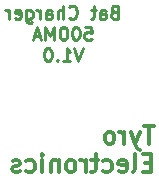
<source format=gbr>
G04 #@! TF.FileFunction,Legend,Bot*
%FSLAX46Y46*%
G04 Gerber Fmt 4.6, Leading zero omitted, Abs format (unit mm)*
G04 Created by KiCad (PCBNEW 4.0.2-stable) date 3/23/2016 4:19:06 PM*
%MOMM*%
G01*
G04 APERTURE LIST*
%ADD10C,0.100000*%
%ADD11C,0.300000*%
%ADD12C,0.250000*%
G04 APERTURE END LIST*
D10*
D11*
X178907143Y-92678571D02*
X178050000Y-92678571D01*
X178478571Y-94178571D02*
X178478571Y-92678571D01*
X177692857Y-93178571D02*
X177335714Y-94178571D01*
X176978572Y-93178571D02*
X177335714Y-94178571D01*
X177478572Y-94535714D01*
X177550000Y-94607143D01*
X177692857Y-94678571D01*
X176407143Y-94178571D02*
X176407143Y-93178571D01*
X176407143Y-93464286D02*
X176335715Y-93321429D01*
X176264286Y-93250000D01*
X176121429Y-93178571D01*
X175978572Y-93178571D01*
X175264286Y-94178571D02*
X175407144Y-94107143D01*
X175478572Y-94035714D01*
X175550001Y-93892857D01*
X175550001Y-93464286D01*
X175478572Y-93321429D01*
X175407144Y-93250000D01*
X175264286Y-93178571D01*
X175050001Y-93178571D01*
X174907144Y-93250000D01*
X174835715Y-93321429D01*
X174764286Y-93464286D01*
X174764286Y-93892857D01*
X174835715Y-94035714D01*
X174907144Y-94107143D01*
X175050001Y-94178571D01*
X175264286Y-94178571D01*
X178692857Y-95792857D02*
X178192857Y-95792857D01*
X177978571Y-96578571D02*
X178692857Y-96578571D01*
X178692857Y-95078571D01*
X177978571Y-95078571D01*
X177121428Y-96578571D02*
X177264286Y-96507143D01*
X177335714Y-96364286D01*
X177335714Y-95078571D01*
X175978572Y-96507143D02*
X176121429Y-96578571D01*
X176407143Y-96578571D01*
X176550000Y-96507143D01*
X176621429Y-96364286D01*
X176621429Y-95792857D01*
X176550000Y-95650000D01*
X176407143Y-95578571D01*
X176121429Y-95578571D01*
X175978572Y-95650000D01*
X175907143Y-95792857D01*
X175907143Y-95935714D01*
X176621429Y-96078571D01*
X174621429Y-96507143D02*
X174764286Y-96578571D01*
X175050000Y-96578571D01*
X175192858Y-96507143D01*
X175264286Y-96435714D01*
X175335715Y-96292857D01*
X175335715Y-95864286D01*
X175264286Y-95721429D01*
X175192858Y-95650000D01*
X175050000Y-95578571D01*
X174764286Y-95578571D01*
X174621429Y-95650000D01*
X174192858Y-95578571D02*
X173621429Y-95578571D01*
X173978572Y-95078571D02*
X173978572Y-96364286D01*
X173907144Y-96507143D01*
X173764286Y-96578571D01*
X173621429Y-96578571D01*
X173121429Y-96578571D02*
X173121429Y-95578571D01*
X173121429Y-95864286D02*
X173050001Y-95721429D01*
X172978572Y-95650000D01*
X172835715Y-95578571D01*
X172692858Y-95578571D01*
X171978572Y-96578571D02*
X172121430Y-96507143D01*
X172192858Y-96435714D01*
X172264287Y-96292857D01*
X172264287Y-95864286D01*
X172192858Y-95721429D01*
X172121430Y-95650000D01*
X171978572Y-95578571D01*
X171764287Y-95578571D01*
X171621430Y-95650000D01*
X171550001Y-95721429D01*
X171478572Y-95864286D01*
X171478572Y-96292857D01*
X171550001Y-96435714D01*
X171621430Y-96507143D01*
X171764287Y-96578571D01*
X171978572Y-96578571D01*
X170835715Y-95578571D02*
X170835715Y-96578571D01*
X170835715Y-95721429D02*
X170764287Y-95650000D01*
X170621429Y-95578571D01*
X170407144Y-95578571D01*
X170264287Y-95650000D01*
X170192858Y-95792857D01*
X170192858Y-96578571D01*
X169478572Y-96578571D02*
X169478572Y-95578571D01*
X169478572Y-95078571D02*
X169550001Y-95150000D01*
X169478572Y-95221429D01*
X169407144Y-95150000D01*
X169478572Y-95078571D01*
X169478572Y-95221429D01*
X168121429Y-96507143D02*
X168264286Y-96578571D01*
X168550000Y-96578571D01*
X168692858Y-96507143D01*
X168764286Y-96435714D01*
X168835715Y-96292857D01*
X168835715Y-95864286D01*
X168764286Y-95721429D01*
X168692858Y-95650000D01*
X168550000Y-95578571D01*
X168264286Y-95578571D01*
X168121429Y-95650000D01*
X167550001Y-96507143D02*
X167407144Y-96578571D01*
X167121429Y-96578571D01*
X166978572Y-96507143D01*
X166907144Y-96364286D01*
X166907144Y-96292857D01*
X166978572Y-96150000D01*
X167121429Y-96078571D01*
X167335715Y-96078571D01*
X167478572Y-96007143D01*
X167550001Y-95864286D01*
X167550001Y-95792857D01*
X167478572Y-95650000D01*
X167335715Y-95578571D01*
X167121429Y-95578571D01*
X166978572Y-95650000D01*
D12*
X175547618Y-83031429D02*
X175390475Y-83083810D01*
X175338094Y-83136190D01*
X175285713Y-83240952D01*
X175285713Y-83398095D01*
X175338094Y-83502857D01*
X175390475Y-83555238D01*
X175495237Y-83607619D01*
X175914284Y-83607619D01*
X175914284Y-82507619D01*
X175547618Y-82507619D01*
X175442856Y-82560000D01*
X175390475Y-82612381D01*
X175338094Y-82717143D01*
X175338094Y-82821905D01*
X175390475Y-82926667D01*
X175442856Y-82979048D01*
X175547618Y-83031429D01*
X175914284Y-83031429D01*
X174342856Y-83607619D02*
X174342856Y-83031429D01*
X174395237Y-82926667D01*
X174499999Y-82874286D01*
X174709522Y-82874286D01*
X174814284Y-82926667D01*
X174342856Y-83555238D02*
X174447618Y-83607619D01*
X174709522Y-83607619D01*
X174814284Y-83555238D01*
X174866665Y-83450476D01*
X174866665Y-83345714D01*
X174814284Y-83240952D01*
X174709522Y-83188571D01*
X174447618Y-83188571D01*
X174342856Y-83136190D01*
X173976189Y-82874286D02*
X173557141Y-82874286D01*
X173819046Y-82507619D02*
X173819046Y-83450476D01*
X173766665Y-83555238D01*
X173661903Y-83607619D01*
X173557141Y-83607619D01*
X171723809Y-83502857D02*
X171776190Y-83555238D01*
X171933333Y-83607619D01*
X172038095Y-83607619D01*
X172195237Y-83555238D01*
X172299999Y-83450476D01*
X172352380Y-83345714D01*
X172404761Y-83136190D01*
X172404761Y-82979048D01*
X172352380Y-82769524D01*
X172299999Y-82664762D01*
X172195237Y-82560000D01*
X172038095Y-82507619D01*
X171933333Y-82507619D01*
X171776190Y-82560000D01*
X171723809Y-82612381D01*
X171252380Y-83607619D02*
X171252380Y-82507619D01*
X170780952Y-83607619D02*
X170780952Y-83031429D01*
X170833333Y-82926667D01*
X170938095Y-82874286D01*
X171095237Y-82874286D01*
X171199999Y-82926667D01*
X171252380Y-82979048D01*
X169785714Y-83607619D02*
X169785714Y-83031429D01*
X169838095Y-82926667D01*
X169942857Y-82874286D01*
X170152380Y-82874286D01*
X170257142Y-82926667D01*
X169785714Y-83555238D02*
X169890476Y-83607619D01*
X170152380Y-83607619D01*
X170257142Y-83555238D01*
X170309523Y-83450476D01*
X170309523Y-83345714D01*
X170257142Y-83240952D01*
X170152380Y-83188571D01*
X169890476Y-83188571D01*
X169785714Y-83136190D01*
X169261904Y-83607619D02*
X169261904Y-82874286D01*
X169261904Y-83083810D02*
X169209523Y-82979048D01*
X169157142Y-82926667D01*
X169052380Y-82874286D01*
X168947619Y-82874286D01*
X168109524Y-82874286D02*
X168109524Y-83764762D01*
X168161905Y-83869524D01*
X168214286Y-83921905D01*
X168319047Y-83974286D01*
X168476190Y-83974286D01*
X168580952Y-83921905D01*
X168109524Y-83555238D02*
X168214286Y-83607619D01*
X168423809Y-83607619D01*
X168528571Y-83555238D01*
X168580952Y-83502857D01*
X168633333Y-83398095D01*
X168633333Y-83083810D01*
X168580952Y-82979048D01*
X168528571Y-82926667D01*
X168423809Y-82874286D01*
X168214286Y-82874286D01*
X168109524Y-82926667D01*
X167166667Y-83555238D02*
X167271429Y-83607619D01*
X167480952Y-83607619D01*
X167585714Y-83555238D01*
X167638095Y-83450476D01*
X167638095Y-83031429D01*
X167585714Y-82926667D01*
X167480952Y-82874286D01*
X167271429Y-82874286D01*
X167166667Y-82926667D01*
X167114286Y-83031429D01*
X167114286Y-83136190D01*
X167638095Y-83240952D01*
X166642857Y-83607619D02*
X166642857Y-82874286D01*
X166642857Y-83083810D02*
X166590476Y-82979048D01*
X166538095Y-82926667D01*
X166433333Y-82874286D01*
X166328572Y-82874286D01*
X173085714Y-84297619D02*
X173609523Y-84297619D01*
X173661904Y-84821429D01*
X173609523Y-84769048D01*
X173504761Y-84716667D01*
X173242857Y-84716667D01*
X173138095Y-84769048D01*
X173085714Y-84821429D01*
X173033333Y-84926190D01*
X173033333Y-85188095D01*
X173085714Y-85292857D01*
X173138095Y-85345238D01*
X173242857Y-85397619D01*
X173504761Y-85397619D01*
X173609523Y-85345238D01*
X173661904Y-85292857D01*
X172352380Y-84297619D02*
X172247619Y-84297619D01*
X172142857Y-84350000D01*
X172090476Y-84402381D01*
X172038095Y-84507143D01*
X171985714Y-84716667D01*
X171985714Y-84978571D01*
X172038095Y-85188095D01*
X172090476Y-85292857D01*
X172142857Y-85345238D01*
X172247619Y-85397619D01*
X172352380Y-85397619D01*
X172457142Y-85345238D01*
X172509523Y-85292857D01*
X172561904Y-85188095D01*
X172614285Y-84978571D01*
X172614285Y-84716667D01*
X172561904Y-84507143D01*
X172509523Y-84402381D01*
X172457142Y-84350000D01*
X172352380Y-84297619D01*
X171304761Y-84297619D02*
X171200000Y-84297619D01*
X171095238Y-84350000D01*
X171042857Y-84402381D01*
X170990476Y-84507143D01*
X170938095Y-84716667D01*
X170938095Y-84978571D01*
X170990476Y-85188095D01*
X171042857Y-85292857D01*
X171095238Y-85345238D01*
X171200000Y-85397619D01*
X171304761Y-85397619D01*
X171409523Y-85345238D01*
X171461904Y-85292857D01*
X171514285Y-85188095D01*
X171566666Y-84978571D01*
X171566666Y-84716667D01*
X171514285Y-84507143D01*
X171461904Y-84402381D01*
X171409523Y-84350000D01*
X171304761Y-84297619D01*
X170466666Y-85397619D02*
X170466666Y-84297619D01*
X170100000Y-85083333D01*
X169733333Y-84297619D01*
X169733333Y-85397619D01*
X169261904Y-85083333D02*
X168738095Y-85083333D01*
X169366666Y-85397619D02*
X168999999Y-84297619D01*
X168633333Y-85397619D01*
X172876190Y-86087619D02*
X172509523Y-87187619D01*
X172142857Y-86087619D01*
X171200000Y-87187619D02*
X171828571Y-87187619D01*
X171514285Y-87187619D02*
X171514285Y-86087619D01*
X171619047Y-86244762D01*
X171723809Y-86349524D01*
X171828571Y-86401905D01*
X170728571Y-87082857D02*
X170676190Y-87135238D01*
X170728571Y-87187619D01*
X170780952Y-87135238D01*
X170728571Y-87082857D01*
X170728571Y-87187619D01*
X169995237Y-86087619D02*
X169890476Y-86087619D01*
X169785714Y-86140000D01*
X169733333Y-86192381D01*
X169680952Y-86297143D01*
X169628571Y-86506667D01*
X169628571Y-86768571D01*
X169680952Y-86978095D01*
X169733333Y-87082857D01*
X169785714Y-87135238D01*
X169890476Y-87187619D01*
X169995237Y-87187619D01*
X170099999Y-87135238D01*
X170152380Y-87082857D01*
X170204761Y-86978095D01*
X170257142Y-86768571D01*
X170257142Y-86506667D01*
X170204761Y-86297143D01*
X170152380Y-86192381D01*
X170099999Y-86140000D01*
X169995237Y-86087619D01*
M02*

</source>
